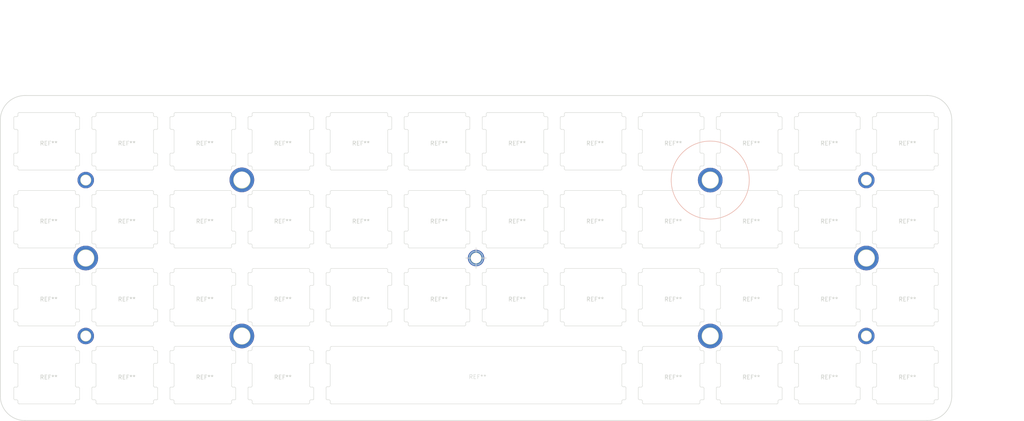
<source format=kicad_pcb>
(kicad_pcb (version 20221018) (generator pcbnew)
  (title_block (title "SharkPCB") (date "2019-02-10") (rev "V3.0.7") (company "Gondolin Electronics"))
  (layers (0 "F.Cu" signal) (31 "B.Cu" signal) (34 "B.Paste" user) (35 "F.Paste" user) (36 "B.SilkS" user "B.Silkscreen") (37 "F.SilkS" user "F.Silkscreen") (38 "B.Mask" user) (39 "F.Mask" user) (44 "Edge.Cuts" user))
  (net 0 "")
  (footprint "acheronSwitchSlots:slotMX100" (layer "F.Cu") (at 159.493 109.553))
  (footprint "acheronSwitchSlots:slotMX100" (layer "F.Cu") (at 235.493 128.553))
  (footprint "acheronSwitchSlots:slotMX100" (layer "F.Cu") (at 45.493 109.553))
  (footprint "acheronSwitchSlots:slotMX400" (layer "F.Cu") (at 149.993 128.553))
  (footprint "acheronSwitchSlots:slotMX100" (layer "F.Cu") (at 140.493 109.553))
  (footprint "acheronSwitchSlots:slotMX100" (layer "F.Cu") (at 64.493 128.553))
  (footprint "acheronSwitchSlots:slotMX100" (layer "F.Cu") (at 45.493 128.553))
  (footprint "acheronSwitchSlots:slotMX100" (layer "F.Cu") (at 197.493 109.553))
  (footprint "acheronSwitchSlots:slotMX100" (layer "F.Cu") (at 178.493 109.553))
  (footprint "acheronSwitchSlots:slotMX100" (layer "F.Cu") (at 159.493 90.553))
  (footprint "acheronSwitchSlots:slotMX100" (layer "F.Cu") (at 121.493 90.553))
  (footprint "acheronSwitchSlots:slotMX100" (layer "F.Cu") (at 102.493 90.553))
  (footprint "acheronSwitchSlots:slotMX100" (layer "F.Cu") (at 83.493 90.553))
  (footprint "acheronSwitchSlots:slotMX100" (layer "F.Cu") (at 64.493 90.553))
  (footprint "acheronSwitchSlots:slotMX100" (layer "F.Cu") (at 45.493 90.553))
  (footprint "acheronSwitchSlots:slotMX100" (layer "F.Cu") (at 178.493 90.553))
  (footprint "acheronSwitchSlots:slotMX100" (layer "F.Cu") (at 197.493 90.553))
  (footprint "acheronSwitchSlots:slotMX100" (layer "F.Cu") (at 216.493 90.553))
  (footprint "acheronSwitchSlots:slotMX100" (layer "F.Cu") (at 197.493 71.553))
  (footprint "acheronSwitchSlots:slotMX100" (layer "F.Cu") (at 102.493 109.553))
  (footprint "acheronSwitchSlots:slotMX100" (layer "F.Cu") (at 102.493 128.553))
  (footprint "acheronSwitchSlots:slotMX100" (layer "F.Cu") (at 235.493 109.553))
  (footprint "acheronSwitchSlots:slotMX100" (layer "F.Cu") (at 83.493 109.553))
  (footprint "acheronSwitchSlots:slotMX100" (layer "F.Cu") (at 254.493 71.553))
  (footprint "acheronSwitchSlots:slotMX100" (layer "F.Cu") (at 121.493 71.553))
  (footprint "acheronSwitchSlots:slotMX100" (layer "F.Cu") (at 216.493 128.553))
  (footprint "acheronSwitchSlots:slotMX100" (layer "F.Cu") (at 254.493 109.553))
  (footprint "acheronSwitchSlots:slotMX100" (layer "F.Cu") (at 178.493 71.553))
  (footprint "acheronSwitchSlots:slotMX100" (layer "F.Cu") (at 102.493 71.553))
  (footprint "acheronSwitchSlots:slotMX100" (layer "F.Cu") (at 64.493 109.553))
  (footprint "acheronSwitchSlots:slotMX100" (layer "F.Cu") (at 121.493 109.553))
  (footprint "acheronSwitchSlots:slotMX100" (layer "F.Cu") (at 159.493 71.553))
  (footprint "acheronSwitchSlots:slotMX100" (layer "F.Cu") (at 235.493 71.553))
  (footprint "acheronSwitchSlots:slotMX100" (layer "F.Cu") (at 216.493 109.553))
  (footprint "acheronSwitchSlots:slotMX100" (layer "F.Cu") (at 140.493 71.553))
  (footprint "acheronSwitchSlots:slotMX100" (layer "F.Cu") (at 235.493 90.553))
  (footprint "acheronSwitchSlots:slotMX100" (layer "F.Cu") (at 254.493 90.553))
  (footprint "acheronSwitchSlots:slotMX100" (layer "F.Cu") (at 45.493 71.553))
  (footprint "acheronSwitchSlots:slotMX100" (layer "F.Cu") (at 216.493 71.553))
  (footprint "acheronSwitchSlots:slotMX100" (layer "F.Cu") (at 64.493 71.553))
  (footprint "acheronSwitchSlots:slotMX100" (layer "F.Cu") (at 83.493 71.553))
  (footprint "acheronSwitchSlots:slotMX100" (layer "F.Cu") (at 83.493 128.553))
  (footprint "acheronSwitchSlots:slotMX100" (layer "F.Cu") (at 254.493 128.553))
  (footprint "acheronSwitchSlots:slotMX100" (layer "F.Cu") (at 197.493 128.553))
  (footprint "acheronSwitchSlots:slotMX100" (layer "F.Cu") (at 140.493 90.553))
  (gr_circle (center 207 81) (end 216.5 81) (stroke (width 0.15)) (fill none) (layer "B.SilkS"))
  (gr_circle (center 245 100) (end 247 100) (stroke (width 0.15)) (fill none) (layer "F.SilkS"))
  (gr_circle (center 207 119) (end 209 119) (stroke (width 0.15)) (fill none) (layer "F.SilkS"))
  (gr_circle (center 93 119) (end 95 119) (stroke (width 0.15)) (fill none) (layer "F.SilkS"))
  (gr_circle (center 93 81) (end 95 81) (stroke (width 0.15)) (fill none) (layer "F.SilkS"))
  (gr_circle (center 55 100) (end 57 100) (stroke (width 0.15)) (fill none) (layer "F.SilkS"))
  (gr_circle (center 55 81) (end 56.25 81) (stroke (width 0.15)) (fill none) (layer "F.SilkS"))
  (gr_circle (center 55 119) (end 56.25 119) (stroke (width 0.15)) (fill none) (layer "F.SilkS"))
  (gr_circle (center 245 119) (end 246.25 119) (stroke (width 0.15)) (fill none) (layer "F.SilkS"))
  (gr_circle (center 245 81) (end 246.25 81) (stroke (width 0.15)) (fill none) (layer "F.SilkS"))
  (gr_circle (center 207 81) (end 209 81) (stroke (width 0.15)) (fill none) (layer "F.SilkS"))
  (gr_circle (center 150 100) (end 151.25 100) (stroke (width 0.15)) (fill none) (layer "F.SilkS"))
  (gr_line (start 34.2 66.4) (end 34.2 133.6) (stroke (width 0.15)) (layer "Edge.Cuts"))
  (gr_line (start 40.2 60.4) (end 259.8 60.4) (stroke (width 0.15)) (layer "Edge.Cuts"))
  (gr_line (start 265.8 133.6) (end 265.8 66.4) (stroke (width 0.15)) (layer "Edge.Cuts"))
  (gr_line (start 40.2 139.6) (end 259.8 139.6) (stroke (width 0.15)) (layer "Edge.Cuts"))
  (gr_arc (start 34.2 66.4) (mid 35.957359 62.157359) (end 40.2 60.4) (stroke (width 0.15)) (layer "Edge.Cuts"))
  (gr_arc (start 259.8 60.4) (mid 264.042641 62.157359) (end 265.8 66.4) (stroke (width 0.15)) (layer "Edge.Cuts"))
  (gr_arc (start 265.8 133.6) (mid 264.042641 137.842641) (end 259.8 139.6) (stroke (width 0.15)) (layer "Edge.Cuts"))
  (gr_arc (start 40.2 139.6) (mid 35.957359 137.842641) (end 34.2 133.6) (stroke (width 0.15)) (layer "Edge.Cuts"))
  (target plus (at 150 100) (size 5) (width 0.15) (layer "Edge.Cuts"))
  (via (at 55 81) (size 4) (drill 2.5) (layers "F.Cu" "B.Cu") (net 0))
  (via (at 55 119) (size 4) (drill 2.5) (layers "F.Cu" "B.Cu") (net 0))
  (via (at 150 100) (size 4) (drill 2.5) (layers "F.Cu" "B.Cu") (net 0))
  (via (at 245 119) (size 4) (drill 2.5) (layers "F.Cu" "B.Cu") (net 0))
  (via (at 245 81) (size 4) (drill 2.5) (layers "F.Cu" "B.Cu") (net 0))
  (via (at 55 100) (size 6) (drill 4) (layers "F.Cu" "B.Cu") (net 0))
  (via (at 93 80.95) (size 6) (drill 4) (layers "F.Cu" "B.Cu") (net 0))
  (via (at 93 119) (size 6) (drill 4) (layers "F.Cu" "B.Cu") (net 0))
  (via (at 245 100) (size 6) (drill 4) (layers "F.Cu" "B.Cu") (net 0))
  (via (at 207 81) (size 6) (drill 4) (layers "F.Cu" "B.Cu") (net 0))
  (via (at 207 119) (size 6) (drill 4) (layers "F.Cu" "B.Cu") (net 0))
)
</source>
